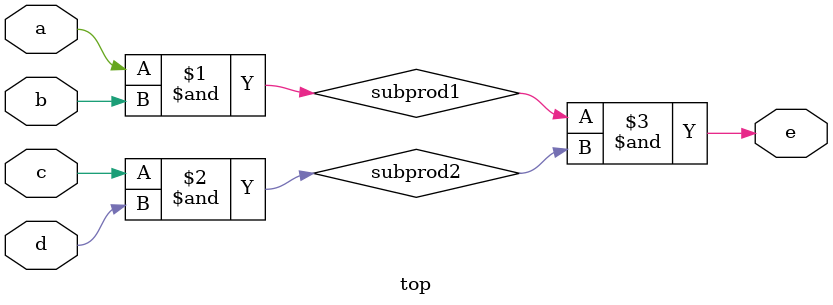
<source format=v>
module top ( a, b, c, d, e );
  input a, b, c, d;
  output e;
  wire subprod1, subprod2;
  assign subprod1 = a & b;
  assign subprod2 = c & d;
  assign e = subprod1 & subprod2;
endmodule

</source>
